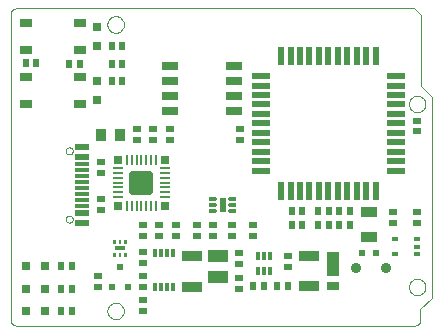
<source format=gbr>
G04 PROTEUS RS274X GERBER FILE*
%FSLAX45Y45*%
%MOMM*%
G01*
%ADD15R,1.000000X0.700000*%
%ADD16C,0.150000*%
%ADD19R,1.150000X0.600000*%
%ADD70R,1.150000X0.300000*%
%ADD71R,0.800000X0.800000*%
%ADD20R,0.530000X0.300000*%
%ADD21R,1.473200X0.635000*%
%ADD22R,0.500000X0.800000*%
%AMPPAD082*
4,1,23,
-0.215590,0.149240,
-0.230670,0.147020,
-0.259030,0.138430,
-0.284540,0.124790,
-0.306640,0.106640,
-0.324790,0.084540,
-0.338430,0.059030,
-0.347020,0.030670,
-0.349240,0.015590,
-0.350000,0.000000,
-0.349240,-0.015590,
-0.347020,-0.030670,
-0.338430,-0.059030,
-0.324790,-0.084540,
-0.306640,-0.106640,
-0.284540,-0.124790,
-0.259030,-0.138430,
-0.230670,-0.147020,
-0.215590,-0.149240,
-0.200000,-0.150000,
0.350000,-0.150000,
0.350000,0.150000,
-0.200000,0.150000,
-0.215590,0.149240,
0*%
%ADD92PPAD082*%
%AMPPAD083*
4,1,23,
-0.350000,-0.150000,
0.200000,-0.150000,
0.215590,-0.149240,
0.230670,-0.147020,
0.259030,-0.138430,
0.284540,-0.124790,
0.306640,-0.106640,
0.324790,-0.084540,
0.338430,-0.059030,
0.347020,-0.030670,
0.349240,-0.015590,
0.350000,0.000000,
0.349240,0.015590,
0.347020,0.030670,
0.338430,0.059030,
0.324790,0.084540,
0.306640,0.106640,
0.284540,0.124790,
0.259030,0.138430,
0.230670,0.147020,
0.215590,0.149240,
0.200000,0.150000,
-0.350000,0.150000,
-0.350000,-0.150000,
0*%
%ADD93PPAD083*%
%ADD25R,0.500000X1.310000*%
%AMPPAD084*
4,1,36,
0.423480,0.039380,
0.419120,0.053790,
0.412190,0.066740,
0.402970,0.077970,
0.391750,0.087190,
0.378790,0.094120,
0.364380,0.098480,
0.348800,0.100000,
-0.348800,0.100000,
-0.364380,0.098480,
-0.378790,0.094120,
-0.391750,0.087190,
-0.402970,0.077970,
-0.412190,0.066740,
-0.419120,0.053790,
-0.423480,0.039380,
-0.425000,0.023800,
-0.425000,-0.023800,
-0.423480,-0.039380,
-0.419120,-0.053790,
-0.412190,-0.066740,
-0.402970,-0.077970,
-0.391750,-0.087190,
-0.378790,-0.094120,
-0.364380,-0.098480,
-0.348800,-0.100000,
0.348800,-0.100000,
0.364380,-0.098480,
0.378790,-0.094120,
0.391750,-0.087190,
0.402970,-0.077970,
0.412190,-0.066740,
0.419120,-0.053790,
0.423480,-0.039380,
0.425000,-0.023800,
0.425000,0.023800,
0.423480,0.039380,
0*%
%ADD94PPAD084*%
%AMPPAD085*
4,1,36,
-0.039380,0.423480,
-0.053790,0.419120,
-0.066740,0.412190,
-0.077970,0.402970,
-0.087190,0.391750,
-0.094120,0.378790,
-0.098480,0.364380,
-0.100000,0.348800,
-0.100000,-0.348800,
-0.098480,-0.364380,
-0.094120,-0.378790,
-0.087190,-0.391750,
-0.077970,-0.402970,
-0.066740,-0.412190,
-0.053790,-0.419120,
-0.039380,-0.423480,
-0.023800,-0.425000,
0.023800,-0.425000,
0.039380,-0.423480,
0.053790,-0.419120,
0.066740,-0.412190,
0.077970,-0.402970,
0.087190,-0.391750,
0.094120,-0.378790,
0.098480,-0.364380,
0.100000,-0.348800,
0.100000,0.348800,
0.098480,0.364380,
0.094120,0.378790,
0.087190,0.391750,
0.077970,0.402970,
0.066740,0.412190,
0.053790,0.419120,
0.039380,0.423480,
0.023800,0.425000,
-0.023800,0.425000,
-0.039380,0.423480,
0*%
%ADD95PPAD085*%
%AMPPAD086*
4,1,36,
-0.797930,0.994950,
-0.845960,0.980400,
-0.889150,0.957300,
-0.926580,0.926580,
-0.957300,0.889150,
-0.980400,0.845960,
-0.994950,0.797930,
-1.000000,0.746000,
-1.000000,-0.746000,
-0.994950,-0.797930,
-0.980400,-0.845960,
-0.957300,-0.889150,
-0.926580,-0.926580,
-0.889150,-0.957300,
-0.845960,-0.980400,
-0.797930,-0.994950,
-0.746000,-1.000000,
0.746000,-1.000000,
0.797930,-0.994950,
0.845960,-0.980400,
0.889150,-0.957300,
0.926580,-0.926580,
0.957300,-0.889150,
0.980400,-0.845960,
0.994950,-0.797930,
1.000000,-0.746000,
1.000000,0.746000,
0.994950,0.797930,
0.980400,0.845960,
0.957300,0.889150,
0.926580,0.926580,
0.889150,0.957300,
0.845960,0.980400,
0.797930,0.994950,
0.746000,1.000000,
-0.746000,1.000000,
-0.797930,0.994950,
0*%
%ADD96PPAD086*%
%ADD29R,0.780000X0.780000*%
%ADD72R,0.300000X0.750000*%
%ADD73R,1.500000X0.550000*%
%ADD30R,0.550000X1.500000*%
%ADD31R,0.508000X0.762000*%
%ADD32R,0.180000X0.350000*%
%ADD33R,0.940000X0.300000*%
%ADD36R,0.900000X1.050000*%
%ADD37R,0.762000X0.508000*%
%ADD38R,0.500000X0.500000*%
%ADD39R,1.100000X0.800000*%
%ADD40R,1.100000X2.000000*%
%ADD41C,0.889000*%
%ADD42R,1.397000X0.889000*%
%ADD43R,1.700000X1.000000*%
%ADD44R,0.300000X0.670000*%
%ADD45R,1.800000X0.900000*%
%ADD46C,0.025400*%
D15*
X+127000Y+2334050D03*
X+587000Y+2334050D03*
X+587000Y+2559050D03*
X+127000Y+2559050D03*
X+127000Y+1873650D03*
X+587000Y+1873650D03*
X+587000Y+2098650D03*
X+127000Y+2098650D03*
D16*
X+495000Y+898650D03*
X+495000Y+1476650D03*
D19*
X+602500Y+1507650D03*
X+602500Y+1427650D03*
D70*
X+602500Y+1312650D03*
X+602500Y+1212650D03*
X+602500Y+1162650D03*
X+602500Y+1062650D03*
D19*
X+602500Y+867650D03*
X+602500Y+947650D03*
D70*
X+602500Y+1012650D03*
X+602500Y+1112650D03*
X+602500Y+1262650D03*
X+602500Y+1362650D03*
D71*
X+292000Y+120650D03*
X+127000Y+120650D03*
X+727000Y+2363650D03*
X+727000Y+2528650D03*
X+292000Y+311150D03*
X+127000Y+311150D03*
X+292000Y+501650D03*
X+127000Y+501650D03*
X+727000Y+1903650D03*
X+727000Y+2068650D03*
D20*
X+3441700Y+601750D03*
X+3441700Y+666750D03*
X+3441700Y+731750D03*
X+3253700Y+731750D03*
X+3253700Y+601750D03*
D21*
X+1887200Y+1815050D03*
X+1887200Y+1942050D03*
X+1887200Y+2069050D03*
X+1887200Y+2196050D03*
X+1347200Y+2196050D03*
X+1347200Y+2069050D03*
X+1347200Y+1942050D03*
X+1347200Y+1815050D03*
D22*
X+2603550Y+848200D03*
X+2693550Y+848200D03*
X+2783550Y+848200D03*
X+2873550Y+848200D03*
X+2873550Y+968200D03*
X+2783550Y+968200D03*
X+2693550Y+968200D03*
X+2603550Y+968200D03*
D92*
X+1874500Y+965200D03*
X+1874500Y+1015200D03*
X+1874500Y+1065200D03*
D93*
X+1714500Y+1065200D03*
X+1714500Y+1015200D03*
X+1714500Y+965200D03*
D25*
X+1794500Y+1015200D03*
D94*
X+1302500Y+1087650D03*
X+1302500Y+1127650D03*
X+1302500Y+1167650D03*
X+1302500Y+1207650D03*
X+1302500Y+1247650D03*
X+1302500Y+1287650D03*
X+1302500Y+1327650D03*
D95*
X+1227500Y+1402650D03*
X+1187500Y+1402650D03*
X+1147500Y+1402650D03*
X+1107500Y+1402650D03*
X+1067500Y+1402650D03*
X+1027500Y+1402650D03*
X+987500Y+1402650D03*
D94*
X+912500Y+1327650D03*
X+912500Y+1287650D03*
X+912500Y+1247650D03*
X+912500Y+1207650D03*
X+912500Y+1167650D03*
X+912500Y+1127650D03*
X+912500Y+1087650D03*
D95*
X+987500Y+1012650D03*
X+1027500Y+1012650D03*
X+1067500Y+1012650D03*
X+1107500Y+1012650D03*
X+1147500Y+1012650D03*
X+1187500Y+1012650D03*
X+1227500Y+1012650D03*
D96*
X+1107500Y+1207650D03*
D29*
X+1302500Y+1012650D03*
X+1302500Y+1402650D03*
X+912500Y+1402650D03*
X+912500Y+1012650D03*
D72*
X+1375550Y+612900D03*
X+1325550Y+612900D03*
X+1275550Y+612900D03*
X+1225550Y+612900D03*
X+1225550Y+322300D03*
X+1275550Y+322300D03*
X+1325550Y+322300D03*
X+1375550Y+322300D03*
D73*
X+2119900Y+2109650D03*
X+2119900Y+2029650D03*
X+2119900Y+1949650D03*
X+2119900Y+1869650D03*
X+2119900Y+1789650D03*
X+2119900Y+1709650D03*
X+2119900Y+1629650D03*
X+2119900Y+1549650D03*
X+2119900Y+1469650D03*
X+2119900Y+1389650D03*
X+2119900Y+1309650D03*
D30*
X+2289900Y+1139650D03*
X+2369900Y+1139650D03*
X+2449900Y+1139650D03*
X+2529900Y+1139650D03*
X+2609900Y+1139650D03*
X+2689900Y+1139650D03*
X+2769900Y+1139650D03*
X+2849900Y+1139650D03*
X+2929900Y+1139650D03*
X+3009900Y+1139650D03*
X+3089900Y+1139650D03*
D73*
X+3259900Y+1309650D03*
X+3259900Y+1389650D03*
X+3259900Y+1469650D03*
X+3259900Y+1549650D03*
X+3259900Y+1629650D03*
X+3259900Y+1709650D03*
X+3259900Y+1789650D03*
X+3259900Y+1869650D03*
X+3259900Y+1949650D03*
X+3259900Y+2029650D03*
X+3259900Y+2109650D03*
D30*
X+3089900Y+2279650D03*
X+3009900Y+2279650D03*
X+2929900Y+2279650D03*
X+2849900Y+2279650D03*
X+2769900Y+2279650D03*
X+2689900Y+2279650D03*
X+2609900Y+2279650D03*
X+2529900Y+2279650D03*
X+2449900Y+2279650D03*
X+2369900Y+2279650D03*
X+2289900Y+2279650D03*
D31*
X+854000Y+2068650D03*
X+945440Y+2068650D03*
X+516890Y+311150D03*
X+425450Y+311150D03*
X+516890Y+501650D03*
X+425450Y+501650D03*
X+516890Y+120650D03*
X+425450Y+120650D03*
X+945440Y+2214700D03*
X+854000Y+2214700D03*
D32*
X+978300Y+708900D03*
X+965600Y+708900D03*
X+925600Y+708900D03*
X+885600Y+708900D03*
X+872900Y+708900D03*
X+885600Y+593900D03*
X+872900Y+593900D03*
X+925600Y+593900D03*
X+978300Y+593900D03*
X+965600Y+593900D03*
D33*
X+925600Y+651400D03*
D36*
X+762500Y+1614090D03*
X+922500Y+1614090D03*
D37*
X+1067500Y+1662650D03*
X+1067500Y+1571210D03*
X+3441700Y+1642110D03*
X+3441700Y+1733550D03*
X+1937750Y+1571210D03*
X+1937750Y+1662650D03*
D38*
X+3092450Y+609600D03*
X+2972450Y+609600D03*
D37*
X+1207500Y+1571210D03*
X+1207500Y+1662650D03*
X+1117600Y+850900D03*
X+1117600Y+759460D03*
X+762500Y+1287650D03*
X+762500Y+1379090D03*
X+762500Y+1067650D03*
X+762500Y+976210D03*
D39*
X+2730500Y+330200D03*
D40*
X+2730500Y+520200D03*
D38*
X+860600Y+322300D03*
X+925600Y+492300D03*
X+990600Y+322300D03*
D37*
X+736600Y+322300D03*
X+736600Y+413740D03*
X+1117600Y+119100D03*
X+1117600Y+210540D03*
X+1347200Y+1662650D03*
X+1347200Y+1571210D03*
X+3241000Y+867410D03*
X+3241000Y+958850D03*
X+3441700Y+867410D03*
X+3441700Y+958850D03*
X+2052300Y+759460D03*
X+2052300Y+850900D03*
D41*
X+2923411Y+482600D03*
X+3177411Y+482600D03*
D31*
X+2378760Y+848200D03*
X+2470200Y+848200D03*
X+2378760Y+968200D03*
X+2470200Y+968200D03*
D42*
X+3031450Y+745490D03*
X+3031450Y+958850D03*
D43*
X+1754200Y+587500D03*
X+1754200Y+407500D03*
D44*
X+2197100Y+587500D03*
X+2147100Y+587500D03*
X+2097100Y+587500D03*
X+2097100Y+460500D03*
X+2147100Y+460500D03*
X+2197100Y+460500D03*
D37*
X+2349500Y+587500D03*
X+2349500Y+496060D03*
D45*
X+2527300Y+587500D03*
X+2527300Y+330200D03*
D37*
X+1932000Y+612900D03*
X+1932000Y+521460D03*
D31*
X+2142490Y+330200D03*
X+2051050Y+330200D03*
X+2349500Y+330200D03*
X+2258060Y+330200D03*
D45*
X+1536700Y+326900D03*
X+1536700Y+584200D03*
D37*
X+1930400Y+308610D03*
X+1930400Y+400050D03*
X+1117600Y+322300D03*
X+1117600Y+413740D03*
X+1257300Y+850900D03*
X+1257300Y+759460D03*
X+1117600Y+530860D03*
X+1117600Y+622300D03*
X+1874500Y+850900D03*
X+1874500Y+759460D03*
X+1574800Y+850900D03*
X+1574800Y+759460D03*
X+1714500Y+850900D03*
X+1714500Y+759460D03*
D31*
X+587000Y+2215490D03*
X+495560Y+2215490D03*
X+127000Y+2216760D03*
X+218440Y+2216760D03*
X+854000Y+2363650D03*
X+945440Y+2363650D03*
D37*
X+1397000Y+759460D03*
X+1397000Y+850900D03*
D46*
X+525000Y+898650D02*
X+524897Y+901139D01*
X+524055Y+906119D01*
X+522295Y+911099D01*
X+519418Y+916079D01*
X+515017Y+920995D01*
X+510037Y+924609D01*
X+505057Y+926914D01*
X+500077Y+928217D01*
X+495097Y+928650D01*
X+495000Y+928650D01*
X+465000Y+898650D02*
X+465103Y+901139D01*
X+465945Y+906119D01*
X+467705Y+911099D01*
X+470582Y+916079D01*
X+474983Y+920995D01*
X+479963Y+924609D01*
X+484943Y+926914D01*
X+489923Y+928217D01*
X+494903Y+928650D01*
X+495000Y+928650D01*
X+465000Y+898650D02*
X+465103Y+896161D01*
X+465945Y+891181D01*
X+467705Y+886201D01*
X+470582Y+881221D01*
X+474983Y+876305D01*
X+479963Y+872691D01*
X+484943Y+870386D01*
X+489923Y+869083D01*
X+494903Y+868650D01*
X+495000Y+868650D01*
X+525000Y+898650D02*
X+524897Y+896161D01*
X+524055Y+891181D01*
X+522295Y+886201D01*
X+519418Y+881221D01*
X+515017Y+876305D01*
X+510037Y+872691D01*
X+505057Y+870386D01*
X+500077Y+869083D01*
X+495097Y+868650D01*
X+495000Y+868650D01*
X+525000Y+1476650D02*
X+524897Y+1479139D01*
X+524055Y+1484119D01*
X+522295Y+1489099D01*
X+519418Y+1494079D01*
X+515017Y+1498995D01*
X+510037Y+1502609D01*
X+505057Y+1504914D01*
X+500077Y+1506217D01*
X+495097Y+1506650D01*
X+495000Y+1506650D01*
X+465000Y+1476650D02*
X+465103Y+1479139D01*
X+465945Y+1484119D01*
X+467705Y+1489099D01*
X+470582Y+1494079D01*
X+474983Y+1498995D01*
X+479963Y+1502609D01*
X+484943Y+1504914D01*
X+489923Y+1506217D01*
X+494903Y+1506650D01*
X+495000Y+1506650D01*
X+465000Y+1476650D02*
X+465103Y+1474161D01*
X+465945Y+1469181D01*
X+467705Y+1464201D01*
X+470582Y+1459221D01*
X+474983Y+1454305D01*
X+479963Y+1450691D01*
X+484943Y+1448386D01*
X+489923Y+1447083D01*
X+494903Y+1446650D01*
X+495000Y+1446650D01*
X+525000Y+1476650D02*
X+524897Y+1474161D01*
X+524055Y+1469181D01*
X+522295Y+1464201D01*
X+519418Y+1459221D01*
X+515017Y+1454305D01*
X+510037Y+1450691D01*
X+505057Y+1448386D01*
X+500077Y+1447083D01*
X+495097Y+1446650D01*
X+495000Y+1446650D01*
X+959000Y+2546350D02*
X+958761Y+2552129D01*
X+956819Y+2563689D01*
X+952756Y+2575249D01*
X+946123Y+2586809D01*
X+935976Y+2598247D01*
X+924416Y+2606730D01*
X+912856Y+2612160D01*
X+901296Y+2615262D01*
X+889736Y+2616346D01*
X+889000Y+2616350D01*
X+819000Y+2546350D02*
X+819239Y+2552129D01*
X+821181Y+2563689D01*
X+825244Y+2575249D01*
X+831877Y+2586809D01*
X+842024Y+2598247D01*
X+853584Y+2606730D01*
X+865144Y+2612160D01*
X+876704Y+2615262D01*
X+888264Y+2616346D01*
X+889000Y+2616350D01*
X+819000Y+2546350D02*
X+819239Y+2540571D01*
X+821181Y+2529011D01*
X+825244Y+2517451D01*
X+831877Y+2505891D01*
X+842024Y+2494453D01*
X+853584Y+2485970D01*
X+865144Y+2480540D01*
X+876704Y+2477438D01*
X+888264Y+2476354D01*
X+889000Y+2476350D01*
X+959000Y+2546350D02*
X+958761Y+2540571D01*
X+956819Y+2529011D01*
X+952756Y+2517451D01*
X+946123Y+2505891D01*
X+935976Y+2494453D01*
X+924416Y+2485970D01*
X+912856Y+2480540D01*
X+901296Y+2477438D01*
X+889736Y+2476354D01*
X+889000Y+2476350D01*
X+959000Y+120650D02*
X+958761Y+126429D01*
X+956819Y+137989D01*
X+952756Y+149549D01*
X+946123Y+161109D01*
X+935976Y+172547D01*
X+924416Y+181030D01*
X+912856Y+186460D01*
X+901296Y+189562D01*
X+889736Y+190646D01*
X+889000Y+190650D01*
X+819000Y+120650D02*
X+819239Y+126429D01*
X+821181Y+137989D01*
X+825244Y+149549D01*
X+831877Y+161109D01*
X+842024Y+172547D01*
X+853584Y+181030D01*
X+865144Y+186460D01*
X+876704Y+189562D01*
X+888264Y+190646D01*
X+889000Y+190650D01*
X+819000Y+120650D02*
X+819239Y+114871D01*
X+821181Y+103311D01*
X+825244Y+91751D01*
X+831877Y+80191D01*
X+842024Y+68753D01*
X+853584Y+60270D01*
X+865144Y+54840D01*
X+876704Y+51738D01*
X+888264Y+50654D01*
X+889000Y+50650D01*
X+959000Y+120650D02*
X+958761Y+114871D01*
X+956819Y+103311D01*
X+952756Y+91751D01*
X+946123Y+80191D01*
X+935976Y+68753D01*
X+924416Y+60270D01*
X+912856Y+54840D01*
X+901296Y+51738D01*
X+889736Y+50654D01*
X+889000Y+50650D01*
X+3416300Y+2684780D02*
X+3472180Y+2628900D01*
X+3472180Y+2021840D01*
X+3469640Y+137160D02*
X+3469640Y+45720D01*
X+3465721Y+25727D01*
X+3454956Y+9604D01*
X+3438833Y-1161D01*
X+3418840Y-5080D01*
X+50800Y-5080D02*
X+30807Y-1161D01*
X+14684Y+9604D01*
X+3919Y+25727D01*
X+0Y+45720D01*
X+0Y+2633980D02*
X+3919Y+2653973D01*
X+14684Y+2670096D01*
X+30807Y+2680861D01*
X+50800Y+2684780D01*
X+0Y+2633980D02*
X+0Y+45720D01*
X+50800Y-5080D02*
X+3418840Y-5080D01*
X+50800Y+2684780D02*
X+3416300Y+2684780D01*
X+3469640Y+137160D02*
X+3563620Y+231140D01*
X+3472180Y+2021840D02*
X+3563620Y+1930400D01*
X+3563620Y+231140D01*
X+3511700Y+323850D02*
X+3511461Y+329629D01*
X+3509519Y+341189D01*
X+3505456Y+352749D01*
X+3498823Y+364309D01*
X+3488676Y+375747D01*
X+3477116Y+384230D01*
X+3465556Y+389660D01*
X+3453996Y+392762D01*
X+3442436Y+393846D01*
X+3441700Y+393850D01*
X+3371700Y+323850D02*
X+3371939Y+329629D01*
X+3373881Y+341189D01*
X+3377944Y+352749D01*
X+3384577Y+364309D01*
X+3394724Y+375747D01*
X+3406284Y+384230D01*
X+3417844Y+389660D01*
X+3429404Y+392762D01*
X+3440964Y+393846D01*
X+3441700Y+393850D01*
X+3371700Y+323850D02*
X+3371939Y+318071D01*
X+3373881Y+306511D01*
X+3377944Y+294951D01*
X+3384577Y+283391D01*
X+3394724Y+271953D01*
X+3406284Y+263470D01*
X+3417844Y+258040D01*
X+3429404Y+254938D01*
X+3440964Y+253854D01*
X+3441700Y+253850D01*
X+3511700Y+323850D02*
X+3511461Y+318071D01*
X+3509519Y+306511D01*
X+3505456Y+294951D01*
X+3498823Y+283391D01*
X+3488676Y+271953D01*
X+3477116Y+263470D01*
X+3465556Y+258040D01*
X+3453996Y+254938D01*
X+3442436Y+253854D01*
X+3441700Y+253850D01*
X+3511700Y+1873250D02*
X+3511461Y+1879029D01*
X+3509519Y+1890589D01*
X+3505456Y+1902149D01*
X+3498823Y+1913709D01*
X+3488676Y+1925147D01*
X+3477116Y+1933630D01*
X+3465556Y+1939060D01*
X+3453996Y+1942162D01*
X+3442436Y+1943246D01*
X+3441700Y+1943250D01*
X+3371700Y+1873250D02*
X+3371939Y+1879029D01*
X+3373881Y+1890589D01*
X+3377944Y+1902149D01*
X+3384577Y+1913709D01*
X+3394724Y+1925147D01*
X+3406284Y+1933630D01*
X+3417844Y+1939060D01*
X+3429404Y+1942162D01*
X+3440964Y+1943246D01*
X+3441700Y+1943250D01*
X+3371700Y+1873250D02*
X+3371939Y+1867471D01*
X+3373881Y+1855911D01*
X+3377944Y+1844351D01*
X+3384577Y+1832791D01*
X+3394724Y+1821353D01*
X+3406284Y+1812870D01*
X+3417844Y+1807440D01*
X+3429404Y+1804338D01*
X+3440964Y+1803254D01*
X+3441700Y+1803250D01*
X+3511700Y+1873250D02*
X+3511461Y+1867471D01*
X+3509519Y+1855911D01*
X+3505456Y+1844351D01*
X+3498823Y+1832791D01*
X+3488676Y+1821353D01*
X+3477116Y+1812870D01*
X+3465556Y+1807440D01*
X+3453996Y+1804338D01*
X+3442436Y+1803254D01*
X+3441700Y+1803250D01*
M02*

</source>
